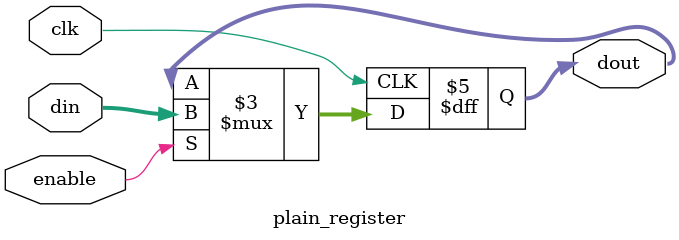
<source format=v>



module mux2(i0, i1, sel, out);
   input [31:0] i0, i1;
   input 	sel;
   output [31:0] out;
   wire [31:0] i0, i1;
   wire        sel;
   reg [31:0]  out;
   always @(i0 or i1 or sel)
      begin
	 if (sel)
	    out = i1;
	 else
	    out = i0;
      end
endmodule // mux2



// mux24
// 2 32-bit input multiplexor
// Inputs: i0,i1,sel
// Outputs: out

module mux24(i0, i1, sel, out);
   input [3:0] i0, i1;
   input       sel;
   output [3:0] out;
   wire [3:0] i0, i1;
   wire        sel;
   reg [3:0]  out;
   always @(i0 or i1 or sel)
      begin
	 if (sel)
	    out = i1;
	 else
	    out = i0;
      end
endmodule // mux24



// mux4
// 4 32-bit input multiplexor
// Inputs: i0,i1,i2,i3,sel
// Outputs: out

module mux4(i0, i1, i2, i3, sel, out);
   input [31:0] i0, i1, i2, i3;
   input [1:0]	sel;
   output [31:0] out;
   wire [31:0] i0, i1, i2, i3;
   wire [1:0]  sel;
   reg [31:0]  out;
   always @(i0 or i1 or i2 or i3 or sel)
      begin
	 case (sel)
	     2'b00: out = i0;
	     2'b01: out = i1;
	     2'b10: out = i2;
	     2'b11: out = i3;
         endcase
      end
endmodule // mux4



// mux44
// 4 32-bit input multiplexor
// Inputs: i0,i1,i2,i3,sel
// Outputs: out

module mux44(i0, i1, i2, i3, sel, out);
   input [3:0] i0, i1, i2, i3;
   input 	sel;
   output [3:0] out;
   wire [3:0] i0, i1, i2, i3;
   wire [1:0]  sel;
   reg [3:0]  out;
   always @(i0 or i1 or i2 or i3 or sel)
      begin
	 case (sel)
	   2'b00: out = i0;
	   2'b01: out = i1;
	   2'b10: out = i2;
	   2'b11: out = i3;
	 endcase
      end
endmodule // mux44



// mux8
// 8 32-bit input multiplexor
// Inputs: i0,i1,i2,i3,sel
// Outputs: out

module mux8(i0, i1, i2, i3, i4, i5,  i6, i7, sel, out);
   input [31:0] i0, i1, i2, i3, i4, i5, i6, i7;
   input 	sel;
   output [31:0] out;
   wire [31:0] i0, i1, i2, i3, i4, i5, i6, i7;
   wire [2:0]  sel;
   reg [31:0]  out;
   always @(i0 or i1 or i2 or i3 or i4 or i5 or i6 or i7 or sel)
      begin
	 case (sel)
	   3'b000: out = i0;
	   3'b001: out = i1;
	   3'b010: out = i2;
	   3'b011: out = i3;
	   3'b100: out = i4;
	   3'b101: out = i5;
	   3'b110: out = i6;
	   3'b111: out = i7;
	 endcase
      end
endmodule // mux8



// mux84
// 8 4-bit input multiplexor
// Inputs: i0,i1,i2,i3,sel
// Outputs: out

module mux84(i0, i1, i2, i3, i4, i5,  i6, i7, sel, out);
   input [3:0] i0, i1, i2, i3, i4, i5, i6, i7;
   input       sel;
   output [3:0] out;
   wire [3:0] i0, i1, i2, i3, i4, i5, i6, i7;
   wire [2:0]  sel;
   reg [3:0]  out;
   always @(i0 or i1 or i2 or i3 or i4 or i5 or i6 or i7 or sel)
      begin
	 case (sel)
	   3'b000: out = i0;
	   3'b001: out = i1;
	   3'b010: out = i2;
	   3'b011: out = i3;
	   3'b100: out = i4;
	   3'b101: out = i5;
	   3'b110: out = i6;
	   3'b111: out = i7;
	 endcase
      end
endmodule // mux84

// mux16
// 16 32-bit input multiplexor
// Inputs: i0,i1,i2,i3,i4,i5,i6,i7,i8,i9,i10,i11,i12,i13,i14,i15,sel
// Outputs: out

module mux16(i0, i1, i2, i3, i4, i5,  i6, i7, i8, i9, i10, i11, i12, i13, i14, i15, sel, out);
   input [31:0] i0, i1, i2, i3, i4, i5, i6, i7, i8, i9, i10, i11, i12, i13, i14, i15;
   input  [3:0]  sel;
   output [31:0] out;
   wire [31:0] i0, i1, i2, i3, i4, i5, i6, i7, i8, i9, i10, i11, i12, i13, i14, i15;
   wire [3:0]  sel;
   reg [31:0]  out;
   always @(i0 or i1 or i2 or i3 or i4 or i5 or i6 or i7 or i8 or i9 or i10 or i11 or i12 or i13 or i14 or i15 or sel)
      begin
	 case (sel)
	   4'b0000: out = i0;
	   4'b0001: out = i1;
	   4'b0010: out = i2;
	   4'b0011: out = i3;
	   4'b0100: out = i4;
	   4'b0101: out = i5;
	   4'b0110: out = i6;
	   4'b0111: out = i7;
           4'b1000: out = i8;
           4'b1001: out = i9;
           4'b1010: out = i10;
           4'b1011: out = i11;
           4'b1100: out = i12;
           4'b1101: out = i13;
           4'b1110: out = i14;
           4'b1111: out = i15;
           default: out = 32'bxxxxxxxxxxxxxxxxxxxxxxxxxxxxxxxx;
	 endcase
      end
endmodule // mux16



// decoder
// 32-bit decoder
// Inputs: in,sel
// Outputs: o0,o1

module decoder(in,sel,o0,o1);
   input [31:0] in;
   input 	sel;
   output [31:0] o0,o1;
   wire [31:0] 	 in;
   wire        sel;
   reg [31:0] 	o0,o1;
   always @(in or sel)
      begin
	 if (~sel)
	    begin
	       o0=in;
	       o1=32'hzzzz;
	    end // if (sel)
	 else
	 begin
	    o1=in;
	    o0=32'hzzzz;
	 end // else: !if(sel)
      end // always @ (in or sel)
endmodule // decoder




// add4
// 32-bit+32`h0004 custom adder
// Inputs: in
// Outputs: out

module add4(in,out);
   input [31:0] in;
   output [31:0] out;
   wire [31:0] 	 in;
   reg [31:0] 	 out;
   always @(in)
      out = in + 4;
endmodule // add4

// sub4
// 32-bit-32`h0004 custom adder
// Inputs: in
// Outputs: out

module sub4(in,out);
   input [31:0] in;
   output [31:0] out;
   wire [31:0] 	 in;
   reg [31:0] 	 out;
   always @(in)
      out = in - 4;
endmodule // sub4


// clearable_register
// 32-bit clocked register with clear
// Inputs: din, clr, clk, ld
// Outputs: dout

module clearable_register(clk, din, dout, clr, ld);
   input [31:0] din;
   input 	clr, clk, ld;
   output [31:0] dout;
   wire [31:0] 	 din;
   wire 	 clr,clk,ld;
   reg [31:0] 	 dout;
   
   always @ (posedge clk or clr)
      begin
	 if (clr == 1)
	    dout <= 32'hf0000000;
	 else if (ld == 1) 
	    dout <= din;
      end // always @ (posedge clk)
endmodule // clearable_register


// plain_register
// 32-bit clocked register
// Inputs: din, clk, enable
// Outputs: dout

module plain_register(clk, din, dout, enable);
   input [31:0] din;
   input 	clk, enable;
   output [31:0] dout;
   wire [31:0] 	 din;
   wire 	 clk,enable;
   reg [31:0] 	 dout;
   
   always @ (posedge clk)
      begin
	 if (enable == 1) 
	    dout <= din;
      end // always @ (posedge clk)
endmodule // plain_register

</source>
